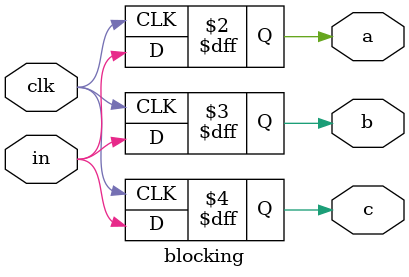
<source format=v>
module blocking(in, a, b, c, clk);
input in, clk;
output reg a,b,c;

always@(posedge clk)begin
	a = in;
	b = a;
	c = b;	
end

endmodule
</source>
